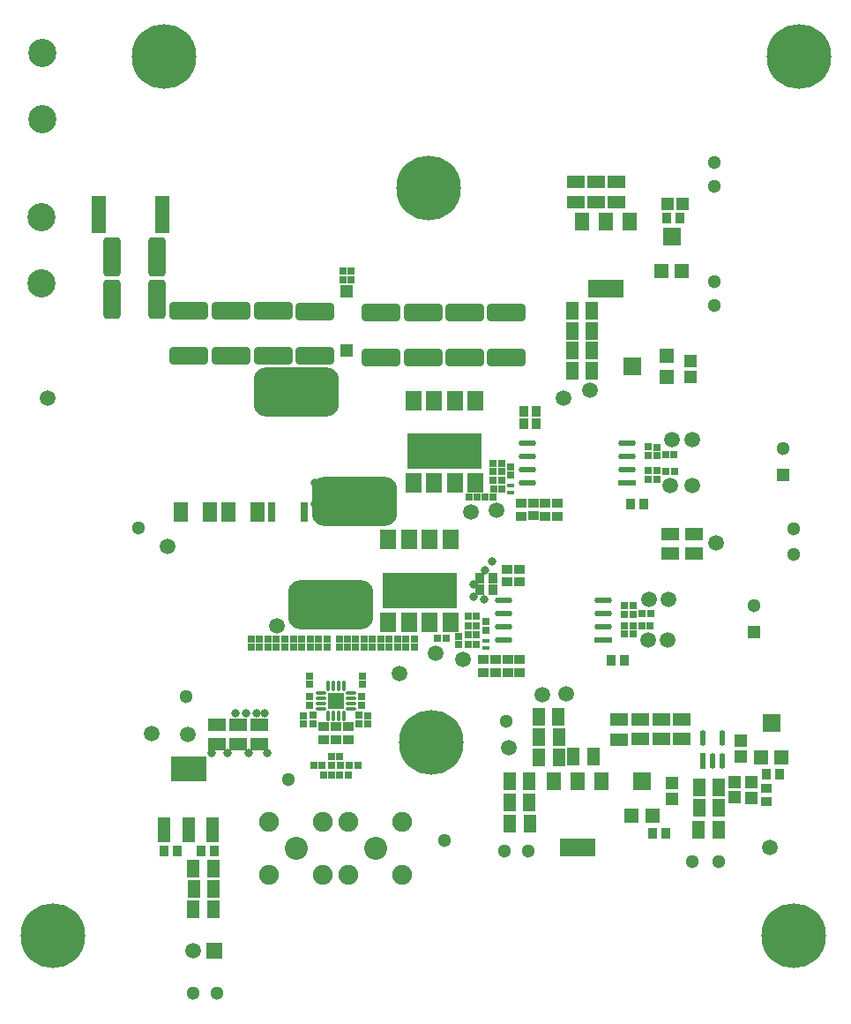
<source format=gbr>
%TF.GenerationSoftware,Altium Limited,Altium Designer,22.9.1 (49)*%
G04 Layer_Color=8388736*
%FSLAX45Y45*%
%MOMM*%
%TF.SameCoordinates,B7DE9D22-2107-43EB-A15B-9EDAE082944A*%
%TF.FilePolarity,Negative*%
%TF.FileFunction,Soldermask,Top*%
%TF.Part,Single*%
G01*
G75*
%TA.AperFunction,SMDPad,CuDef*%
G04:AMPARAMS|DCode=11|XSize=1.7mm|YSize=3.8mm|CornerRadius=0.425mm|HoleSize=0mm|Usage=FLASHONLY|Rotation=90.000|XOffset=0mm|YOffset=0mm|HoleType=Round|Shape=RoundedRectangle|*
%AMROUNDEDRECTD11*
21,1,1.70000,2.95000,0,0,90.0*
21,1,0.85000,3.80000,0,0,90.0*
1,1,0.85000,1.47500,0.42500*
1,1,0.85000,1.47500,-0.42500*
1,1,0.85000,-1.47500,-0.42500*
1,1,0.85000,-1.47500,0.42500*
%
%ADD11ROUNDEDRECTD11*%
G04:AMPARAMS|DCode=15|XSize=1.65506mm|YSize=0.58213mm|CornerRadius=0.29107mm|HoleSize=0mm|Usage=FLASHONLY|Rotation=180.000|XOffset=0mm|YOffset=0mm|HoleType=Round|Shape=RoundedRectangle|*
%AMROUNDEDRECTD15*
21,1,1.65506,0.00000,0,0,180.0*
21,1,1.07293,0.58213,0,0,180.0*
1,1,0.58213,-0.53646,0.00000*
1,1,0.58213,0.53646,0.00000*
1,1,0.58213,0.53646,0.00000*
1,1,0.58213,-0.53646,0.00000*
%
%ADD15ROUNDEDRECTD15*%
%ADD16R,1.65506X0.58213*%
%ADD22R,0.71120X0.39370*%
G04:AMPARAMS|DCode=38|XSize=1.50543mm|YSize=0.57583mm|CornerRadius=0.28791mm|HoleSize=0mm|Usage=FLASHONLY|Rotation=90.000|XOffset=0mm|YOffset=0mm|HoleType=Round|Shape=RoundedRectangle|*
%AMROUNDEDRECTD38*
21,1,1.50543,0.00000,0,0,90.0*
21,1,0.92960,0.57583,0,0,90.0*
1,1,0.57583,0.00000,0.46480*
1,1,0.57583,0.00000,-0.46480*
1,1,0.57583,0.00000,-0.46480*
1,1,0.57583,0.00000,0.46480*
%
%ADD38ROUNDEDRECTD38*%
%ADD39R,0.57583X1.50543*%
G04:AMPARAMS|DCode=43|XSize=1.7mm|YSize=3.8mm|CornerRadius=0.425mm|HoleSize=0mm|Usage=FLASHONLY|Rotation=0.000|XOffset=0mm|YOffset=0mm|HoleType=Round|Shape=RoundedRectangle|*
%AMROUNDEDRECTD43*
21,1,1.70000,2.95000,0,0,0.0*
21,1,0.85000,3.80000,0,0,0.0*
1,1,0.85000,0.42500,-1.47500*
1,1,0.85000,-0.42500,-1.47500*
1,1,0.85000,-0.42500,1.47500*
1,1,0.85000,0.42500,1.47500*
%
%ADD43ROUNDEDRECTD43*%
%TA.AperFunction,ComponentPad*%
%ADD55C,1.30000*%
%ADD57C,1.90500*%
%ADD62R,1.30000X1.30000*%
%TA.AperFunction,SMDPad,CuDef*%
G04:AMPARAMS|DCode=70|XSize=8.2032mm|YSize=4.7032mm|CornerRadius=1.2266mm|HoleSize=0mm|Usage=FLASHONLY|Rotation=0.000|XOffset=0mm|YOffset=0mm|HoleType=Round|Shape=RoundedRectangle|*
%AMROUNDEDRECTD70*
21,1,8.20320,2.25000,0,0,0.0*
21,1,5.75000,4.70320,0,0,0.0*
1,1,2.45320,2.87500,-1.12500*
1,1,2.45320,-2.87500,-1.12500*
1,1,2.45320,-2.87500,1.12500*
1,1,2.45320,2.87500,1.12500*
%
%ADD70ROUNDEDRECTD70*%
%ADD72R,0.95320X1.05320*%
%ADD73R,1.05320X0.95320*%
%ADD74R,1.15320X1.15320*%
%ADD75R,0.65320X0.65320*%
%ADD76R,1.65320X1.20320*%
%ADD77R,1.20320X1.65320*%
%ADD78C,1.50320*%
%TA.AperFunction,ComponentPad*%
%ADD79C,6.20320*%
%ADD80C,2.20980*%
%ADD81C,2.70320*%
%ADD82C,1.50320*%
%ADD83R,1.50320X1.50320*%
%TA.AperFunction,ViaPad*%
%ADD84C,0.80320*%
%TA.AperFunction,SMDPad,CuDef*%
%ADD92R,1.40320X1.80320*%
%ADD93R,3.50320X1.80320*%
%ADD94R,0.65320X0.65320*%
%ADD95R,1.40320X1.40320*%
%ADD96R,1.72720X1.72720*%
%ADD97R,0.72320X0.72320*%
%ADD98R,3.45320X2.35320*%
%ADD99R,1.20320X2.35320*%
%ADD100R,1.55320X1.85320*%
%ADD101R,7.20320X3.40320*%
%ADD102R,1.15320X1.15320*%
G04:AMPARAMS|DCode=103|XSize=0.96mm|YSize=0.36mm|CornerRadius=0.0825mm|HoleSize=0mm|Usage=FLASHONLY|Rotation=0.000|XOffset=0mm|YOffset=0mm|HoleType=Round|Shape=RoundedRectangle|*
%AMROUNDEDRECTD103*
21,1,0.96000,0.19500,0,0,0.0*
21,1,0.79500,0.36000,0,0,0.0*
1,1,0.16500,0.39750,-0.09750*
1,1,0.16500,-0.39750,-0.09750*
1,1,0.16500,-0.39750,0.09750*
1,1,0.16500,0.39750,0.09750*
%
%ADD103ROUNDEDRECTD103*%
G04:AMPARAMS|DCode=104|XSize=0.96mm|YSize=0.36mm|CornerRadius=0.0825mm|HoleSize=0mm|Usage=FLASHONLY|Rotation=90.000|XOffset=0mm|YOffset=0mm|HoleType=Round|Shape=RoundedRectangle|*
%AMROUNDEDRECTD104*
21,1,0.96000,0.19500,0,0,90.0*
21,1,0.79500,0.36000,0,0,90.0*
1,1,0.16500,0.09750,0.39750*
1,1,0.16500,0.09750,-0.39750*
1,1,0.16500,-0.09750,-0.39750*
1,1,0.16500,-0.09750,0.39750*
%
%ADD104ROUNDEDRECTD104*%
%ADD105R,1.50000X1.50000*%
%ADD106R,1.40320X1.40320*%
%ADD107R,1.72720X1.72720*%
%ADD108R,1.35320X1.95320*%
%ADD109R,0.72320X0.72320*%
%ADD110R,1.20320X1.20320*%
%ADD111R,0.65320X1.90320*%
%ADD112R,1.45320X3.60320*%
D11*
X4973320Y7831719D02*
D03*
Y8261721D02*
D03*
X2730500Y8279500D02*
D03*
Y7849500D02*
D03*
X3131820Y8279500D02*
D03*
Y7849500D02*
D03*
X3535680Y7846060D02*
D03*
Y8276062D02*
D03*
X2324100Y8279500D02*
D03*
Y7849500D02*
D03*
X4165600Y7831719D02*
D03*
Y8261721D02*
D03*
X5372100Y8261720D02*
D03*
Y7831720D02*
D03*
X4572000Y7831719D02*
D03*
Y8261721D02*
D03*
D15*
X5349277Y5378606D02*
D03*
Y5251606D02*
D03*
X6305391Y5378606D02*
D03*
Y5251606D02*
D03*
X5349277Y5505606D02*
D03*
Y5124606D02*
D03*
X6305391Y5505606D02*
D03*
X6532208Y7008323D02*
D03*
X5576093Y6627323D02*
D03*
Y7008323D02*
D03*
X6532208Y6754323D02*
D03*
Y6881323D02*
D03*
X5576093Y6754323D02*
D03*
Y6881323D02*
D03*
D16*
X6305391Y5124606D02*
D03*
X6532208Y6627323D02*
D03*
D22*
X5412517Y6607922D02*
D03*
Y6538072D02*
D03*
X5177254Y5048262D02*
D03*
Y5118112D02*
D03*
D38*
X7446635Y4184409D02*
D03*
Y3964332D02*
D03*
X7256635Y4184409D02*
D03*
X7351635Y3964332D02*
D03*
D39*
X7256635D02*
D03*
D43*
X2018400Y8394700D02*
D03*
X1588400D02*
D03*
X2018400Y8801100D02*
D03*
X1588400D02*
D03*
D55*
X5372100Y4343400D02*
D03*
X3276600Y3784600D02*
D03*
X4775200Y3200400D02*
D03*
X1841500Y6197600D02*
D03*
X2298700Y4584700D02*
D03*
X7407663Y3001843D02*
D03*
X5350798Y3098800D02*
D03*
X8128000Y6189980D02*
D03*
X7366000Y9707182D02*
D03*
Y8331200D02*
D03*
X2590800Y1739900D02*
D03*
X5579398Y3098800D02*
D03*
X7153663Y3001843D02*
D03*
X2362200Y1739900D02*
D03*
X8026400Y6959600D02*
D03*
X7366000Y8564182D02*
D03*
Y9474200D02*
D03*
X7749540Y5450840D02*
D03*
X8128000Y5943600D02*
D03*
D57*
X3608070Y3379470D02*
D03*
Y2868930D02*
D03*
X3097530Y3379470D02*
D03*
Y2868930D02*
D03*
X4370070Y3379470D02*
D03*
Y2868930D02*
D03*
X3859530D02*
D03*
Y3379470D02*
D03*
D62*
X8026400Y6705600D02*
D03*
X7749540Y5196840D02*
D03*
D70*
X3911600Y6451600D02*
D03*
X3352800Y7505700D02*
D03*
X3683000Y5461000D02*
D03*
D72*
X6566900Y6426200D02*
D03*
X6691900D02*
D03*
X5537200Y7315200D02*
D03*
X5662200D02*
D03*
X6501400Y4927600D02*
D03*
X6376400D02*
D03*
X5120746Y5603787D02*
D03*
X5245746D02*
D03*
X2439400Y3098800D02*
D03*
X2564400D02*
D03*
X7997460Y3838580D02*
D03*
X7872460D02*
D03*
X5661633Y7201401D02*
D03*
X5536633D02*
D03*
X2084800Y3098800D02*
D03*
X2209800D02*
D03*
X6914880Y9169400D02*
D03*
X7039880D02*
D03*
X5119100Y5715000D02*
D03*
X5244100D02*
D03*
X6901720Y3270200D02*
D03*
X6776720D02*
D03*
D73*
X5745013Y6438317D02*
D03*
Y6313317D02*
D03*
X5515898Y6437900D02*
D03*
Y6312900D02*
D03*
X3854682Y4166643D02*
D03*
Y4291641D02*
D03*
X5498628Y5805346D02*
D03*
Y5680346D02*
D03*
X5384577Y4813969D02*
D03*
Y4938969D02*
D03*
X5268014Y4813737D02*
D03*
Y4938737D02*
D03*
X3614682Y4166643D02*
D03*
Y4291641D02*
D03*
X5861019Y6438369D02*
D03*
Y6313369D02*
D03*
X5632419Y6439369D02*
D03*
Y6314369D02*
D03*
X7868200Y3576720D02*
D03*
Y3701720D02*
D03*
X5377702Y5805042D02*
D03*
Y5680042D02*
D03*
X5147598Y4814300D02*
D03*
Y4939300D02*
D03*
X5500582Y4812724D02*
D03*
Y4937724D02*
D03*
X3734682Y4166643D02*
D03*
Y4291641D02*
D03*
D74*
X6964718Y3752920D02*
D03*
Y3602920D02*
D03*
X7620038Y4156780D02*
D03*
Y4006780D02*
D03*
X7137400Y7646600D02*
D03*
Y7796600D02*
D03*
X7561618Y3763080D02*
D03*
Y3613080D02*
D03*
X7721600Y3608000D02*
D03*
Y3758000D02*
D03*
D75*
X5012636Y6492789D02*
D03*
X5092636D02*
D03*
X5247531Y6741293D02*
D03*
X5327531D02*
D03*
X6675760Y5374640D02*
D03*
X6755760D02*
D03*
X5247154Y6494275D02*
D03*
X5167153D02*
D03*
X5085502Y5348643D02*
D03*
X5005502D02*
D03*
X4714621Y5137222D02*
D03*
X4794621D02*
D03*
X5005915Y5078888D02*
D03*
X5085915D02*
D03*
X6984360Y6741160D02*
D03*
X6904360D02*
D03*
X5330800Y6570778D02*
D03*
X5250800D02*
D03*
X5247954Y6821270D02*
D03*
X5327955D02*
D03*
X5246844Y6660242D02*
D03*
X5326844D02*
D03*
X3854681Y3829142D02*
D03*
X3774681D02*
D03*
X3614681Y3829142D02*
D03*
X3694681D02*
D03*
X6981180Y6898640D02*
D03*
X6901180D02*
D03*
X5086000Y5170778D02*
D03*
X5006000D02*
D03*
X5005998Y5257800D02*
D03*
X5085998D02*
D03*
X3694681Y4009142D02*
D03*
X3774681D02*
D03*
X6673220Y5257800D02*
D03*
X6753220D02*
D03*
D76*
X2794000Y4311400D02*
D03*
Y4121400D02*
D03*
X2997200Y4311400D02*
D03*
Y4121400D02*
D03*
X6450618Y4170680D02*
D03*
Y4360680D02*
D03*
X7175500Y5950200D02*
D03*
Y6140200D02*
D03*
X6432790Y9514106D02*
D03*
Y9324106D02*
D03*
X6234670Y9514106D02*
D03*
Y9324106D02*
D03*
X7054603Y4173314D02*
D03*
Y4363314D02*
D03*
X6039090Y9514106D02*
D03*
Y9324106D02*
D03*
X6858038Y4172200D02*
D03*
Y4362200D02*
D03*
X2590800Y4121400D02*
D03*
Y4311400D02*
D03*
X6653818Y4173220D02*
D03*
Y4363220D02*
D03*
X6946900Y5950200D02*
D03*
Y6140200D02*
D03*
D77*
X6193540Y7708900D02*
D03*
X6003540D02*
D03*
X5595887Y3365454D02*
D03*
X5405887D02*
D03*
X5593984Y3565502D02*
D03*
X5403984D02*
D03*
X5875058Y4196080D02*
D03*
X5685058D02*
D03*
X7220144Y3302985D02*
D03*
X7410144D02*
D03*
X2371151Y2737215D02*
D03*
X2561151D02*
D03*
X6193540Y7899400D02*
D03*
X6003540D02*
D03*
X6194571Y8088794D02*
D03*
X6004570D02*
D03*
X5872868Y4391064D02*
D03*
X5682868D02*
D03*
X2558800Y2540000D02*
D03*
X2368800D02*
D03*
X7223963Y3514287D02*
D03*
X7413963D02*
D03*
X6195060Y8277860D02*
D03*
X6005060D02*
D03*
X6015258Y4003040D02*
D03*
X6205258D02*
D03*
X5877598Y4000500D02*
D03*
X5687598D02*
D03*
X7221258Y3710940D02*
D03*
X7411258D02*
D03*
X5594138Y3769360D02*
D03*
X5404138D02*
D03*
X2368800Y2933700D02*
D03*
X2558800D02*
D03*
D78*
X2311400Y4216400D02*
D03*
X4960118Y4937346D02*
D03*
X3169920Y5257800D02*
D03*
X7160260Y6606540D02*
D03*
X5029200Y6350000D02*
D03*
X6172200Y7518400D02*
D03*
X5918200Y7442200D02*
D03*
X4343400Y4800600D02*
D03*
X6926580Y5509260D02*
D03*
X4691380Y4993640D02*
D03*
X6959600Y7045960D02*
D03*
X6949440Y6601460D02*
D03*
X5397500Y4089400D02*
D03*
X2121810Y6024942D02*
D03*
X5715000Y4599940D02*
D03*
X6924040Y5123180D02*
D03*
X6731000D02*
D03*
X6738620Y5509260D02*
D03*
X965200Y7442200D02*
D03*
X7899400Y3136900D02*
D03*
X1968500Y4229100D02*
D03*
X5946140Y4605020D02*
D03*
X7157720Y7043420D02*
D03*
X7388860Y6055360D02*
D03*
X5277773Y6367467D02*
D03*
D79*
X2082800Y10718800D02*
D03*
X8128000Y2286000D02*
D03*
X4622800Y9461500D02*
D03*
X8178800Y10718800D02*
D03*
X4648200Y4140200D02*
D03*
X1016000Y2286000D02*
D03*
D80*
X3352800Y3124200D02*
D03*
X4114800D02*
D03*
D81*
X914400Y10121900D02*
D03*
Y10756900D02*
D03*
X905798Y8542020D02*
D03*
Y9177020D02*
D03*
D82*
X2365400Y2146300D02*
D03*
D83*
X2565400D02*
D03*
D84*
X3530600Y6426200D02*
D03*
Y6629400D02*
D03*
X5156200Y5511800D02*
D03*
X5169088Y5796380D02*
D03*
X5233623Y5874360D02*
D03*
X5059383Y5535767D02*
D03*
X5058441Y5653502D02*
D03*
X3048000Y4419600D02*
D03*
X2971800D02*
D03*
X2870200D02*
D03*
X2768600D02*
D03*
X3073400Y4038600D02*
D03*
X2895600D02*
D03*
X2692400D02*
D03*
X2540000D02*
D03*
D92*
X5829494Y3770746D02*
D03*
X6059494D02*
D03*
X6289494D02*
D03*
X6558650Y9133028D02*
D03*
X6328650D02*
D03*
X6098649D02*
D03*
D93*
X6059494Y3130746D02*
D03*
X6328650Y8493028D02*
D03*
D94*
X5411221Y6705505D02*
D03*
Y6785505D02*
D03*
X3484681Y4779142D02*
D03*
Y4699142D02*
D03*
X4044682Y4399142D02*
D03*
Y4319142D02*
D03*
X4406900Y5132700D02*
D03*
Y5052700D02*
D03*
X4086900Y5132700D02*
D03*
Y5052700D02*
D03*
X4486900Y5132700D02*
D03*
Y5052700D02*
D03*
X3881771Y8580120D02*
D03*
Y8660120D02*
D03*
X6731000Y6974200D02*
D03*
Y6894200D02*
D03*
X6819900Y6665600D02*
D03*
Y6745600D02*
D03*
X3489960Y5052700D02*
D03*
Y5132700D02*
D03*
X3408680Y5052700D02*
D03*
Y5132700D02*
D03*
X3984681Y4499142D02*
D03*
Y4579142D02*
D03*
X3484681D02*
D03*
Y4499142D02*
D03*
X3424682Y4399142D02*
D03*
Y4319142D02*
D03*
X3846900Y5132700D02*
D03*
Y5052701D02*
D03*
X4166900Y5132700D02*
D03*
Y5052700D02*
D03*
X6591300Y5370200D02*
D03*
Y5450200D02*
D03*
X6502400Y5261600D02*
D03*
Y5181600D02*
D03*
X2921000Y5052700D02*
D03*
Y5132700D02*
D03*
X3083560Y5052700D02*
D03*
Y5132700D02*
D03*
X4246900D02*
D03*
Y5052700D02*
D03*
X3926900Y5132700D02*
D03*
Y5052700D02*
D03*
X6591300Y5262240D02*
D03*
Y5182240D02*
D03*
X6502400Y5370200D02*
D03*
Y5450200D02*
D03*
X6731000Y6665600D02*
D03*
Y6745600D02*
D03*
X3652520Y5052700D02*
D03*
Y5132700D02*
D03*
X3571240Y5052700D02*
D03*
Y5132700D02*
D03*
X3246120Y5052700D02*
D03*
Y5132700D02*
D03*
X5173100Y5298689D02*
D03*
Y5218689D02*
D03*
X3766900Y5052701D02*
D03*
Y5132700D02*
D03*
X3994682Y4779142D02*
D03*
Y4699142D02*
D03*
X4326900Y5132700D02*
D03*
Y5052700D02*
D03*
X4911378Y5078100D02*
D03*
Y5158100D02*
D03*
X4006900Y5132700D02*
D03*
Y5052700D02*
D03*
X3801773Y8580120D02*
D03*
Y8660120D02*
D03*
X6819900Y6973560D02*
D03*
Y6893560D02*
D03*
X3327400Y5052700D02*
D03*
Y5132700D02*
D03*
X3164840Y5052700D02*
D03*
Y5132700D02*
D03*
X3002280Y5052700D02*
D03*
Y5132700D02*
D03*
D95*
X6576584Y3440485D02*
D03*
X6776584D02*
D03*
X7816198Y3998300D02*
D03*
X8016198D02*
D03*
X7059600Y8659200D02*
D03*
X6859600D02*
D03*
D96*
X6676584Y3770484D02*
D03*
X7916198Y4328300D02*
D03*
X6959600Y8989200D02*
D03*
D97*
X3693681Y3919142D02*
D03*
X3775682D02*
D03*
X3945682D02*
D03*
X3863681D02*
D03*
X3523680Y3919142D02*
D03*
X3605682D02*
D03*
D98*
X2319020Y3886200D02*
D03*
D99*
X2549020Y3301200D02*
D03*
X2319020D02*
D03*
X2089020D02*
D03*
D100*
X4837998Y5292100D02*
D03*
X4637998D02*
D03*
X4437998D02*
D03*
X4237998D02*
D03*
X4437998Y6087100D02*
D03*
X4237998D02*
D03*
X4637998D02*
D03*
X4837998D02*
D03*
X5078094Y6627564D02*
D03*
X4878094D02*
D03*
X4478093Y7422564D02*
D03*
X4678094D02*
D03*
X4878094D02*
D03*
X5078094D02*
D03*
X4678094Y6627564D02*
D03*
X4478093D02*
D03*
D101*
X4537998Y5598600D02*
D03*
X4778094Y6934064D02*
D03*
D102*
X6917620Y9306560D02*
D03*
X7067620D02*
D03*
D103*
X3879682Y4614142D02*
D03*
Y4464142D02*
D03*
Y4514142D02*
D03*
Y4564142D02*
D03*
X3589682Y4614142D02*
D03*
Y4464142D02*
D03*
Y4564142D02*
D03*
Y4514142D02*
D03*
D104*
X3759682Y4684142D02*
D03*
X3809682D02*
D03*
X3709682D02*
D03*
X3659682D02*
D03*
X3759682Y4394142D02*
D03*
X3709682D02*
D03*
X3659682D02*
D03*
X3809682D02*
D03*
D105*
X3734682Y4539142D02*
D03*
D106*
X6911000Y7647000D02*
D03*
Y7847000D02*
D03*
D107*
X6581000Y7747000D02*
D03*
D108*
X2702300Y6350000D02*
D03*
X2987300D02*
D03*
X2530100D02*
D03*
X2245100D02*
D03*
D109*
X3954681Y4318141D02*
D03*
Y4400143D02*
D03*
X3514681Y4318141D02*
D03*
Y4400143D02*
D03*
D110*
X3839829Y8468658D02*
D03*
Y7898657D02*
D03*
D111*
X3119100Y6350000D02*
D03*
X3434100D02*
D03*
D112*
X1460302Y9207500D02*
D03*
X2070298D02*
D03*
%TF.MD5,2eb4938ca3c4ce08983853ff8a4156d1*%
M02*

</source>
